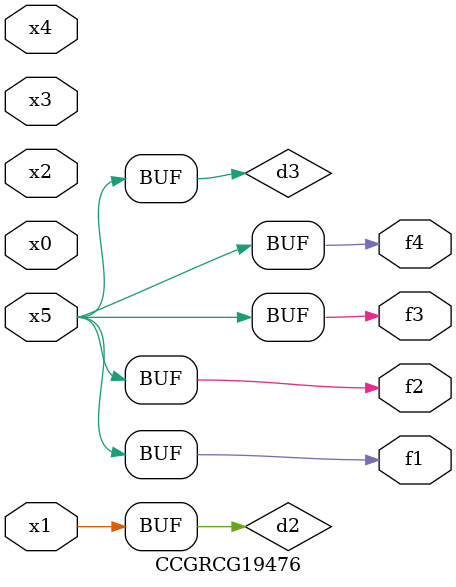
<source format=v>
module CCGRCG19476(
	input x0, x1, x2, x3, x4, x5,
	output f1, f2, f3, f4
);

	wire d1, d2, d3;

	not (d1, x5);
	or (d2, x1);
	xnor (d3, d1);
	assign f1 = d3;
	assign f2 = d3;
	assign f3 = d3;
	assign f4 = d3;
endmodule

</source>
